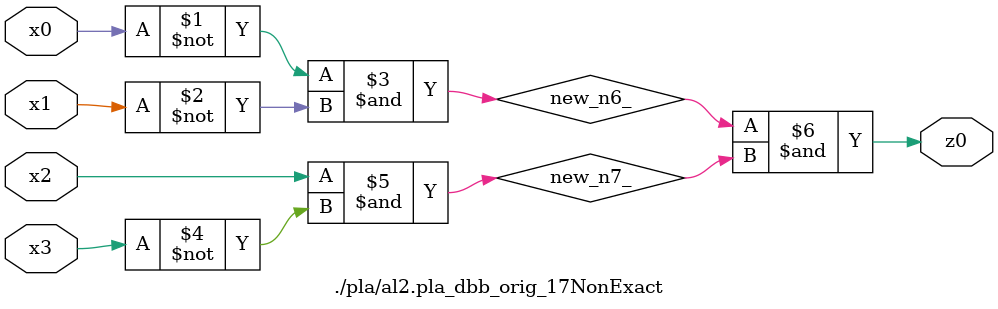
<source format=v>

module \./pla/al2.pla_dbb_orig_17NonExact  ( 
    x0, x1, x2, x3,
    z0  );
  input  x0, x1, x2, x3;
  output z0;
  wire new_n6_, new_n7_;
  assign new_n6_ = ~x0 & ~x1;
  assign new_n7_ = x2 & ~x3;
  assign z0 = new_n6_ & new_n7_;
endmodule



</source>
